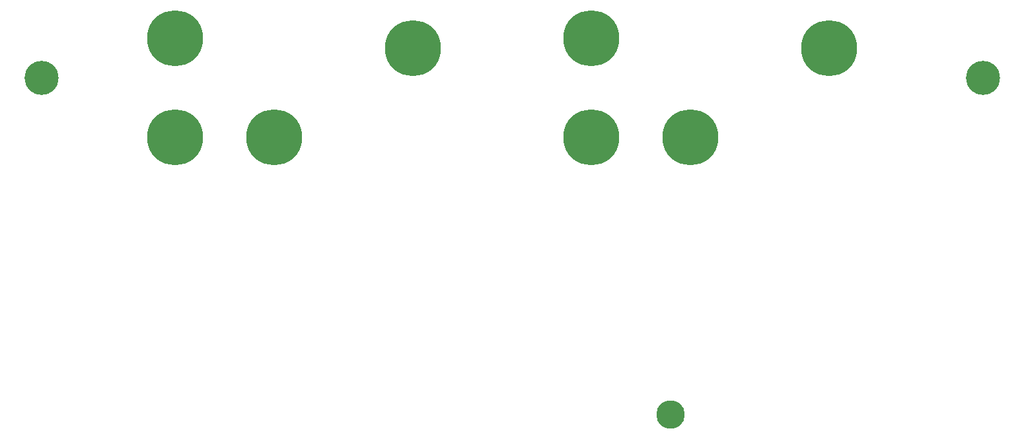
<source format=gbs>
G75*
%MOIN*%
%OFA0B0*%
%FSLAX25Y25*%
%IPPOS*%
%LPD*%
%AMOC8*
5,1,8,0,0,1.08239X$1,22.5*
%
%ADD10C,0.14380*%
%ADD11C,0.28222*%
%ADD12C,0.17198*%
D10*
X0332500Y0008040D03*
D11*
X0082500Y0148040D03*
X0132500Y0148040D03*
X0202500Y0193040D03*
X0292500Y0198040D03*
X0292500Y0148040D03*
X0342500Y0148040D03*
X0412500Y0193040D03*
X0082500Y0198040D03*
D12*
X0015000Y0178040D03*
X0490000Y0178040D03*
M02*

</source>
